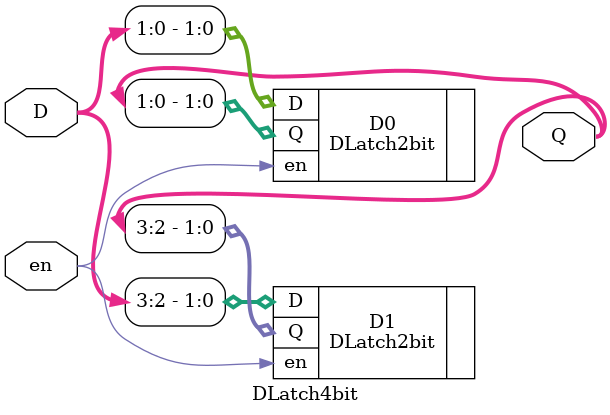
<source format=sv>
`timescale 1ns / 1ps


module DLatch4bit(input logic en,
                  input [3:0] D,
                  output reg [3:0] Q
                   );
DLatch2bit D0( .en(en), .D(D[1:0]), .Q(Q[1:0]));
DLatch2bit D1(.en(en), .D(D[3:2]), .Q(Q[3:2])); 

endmodule

</source>
